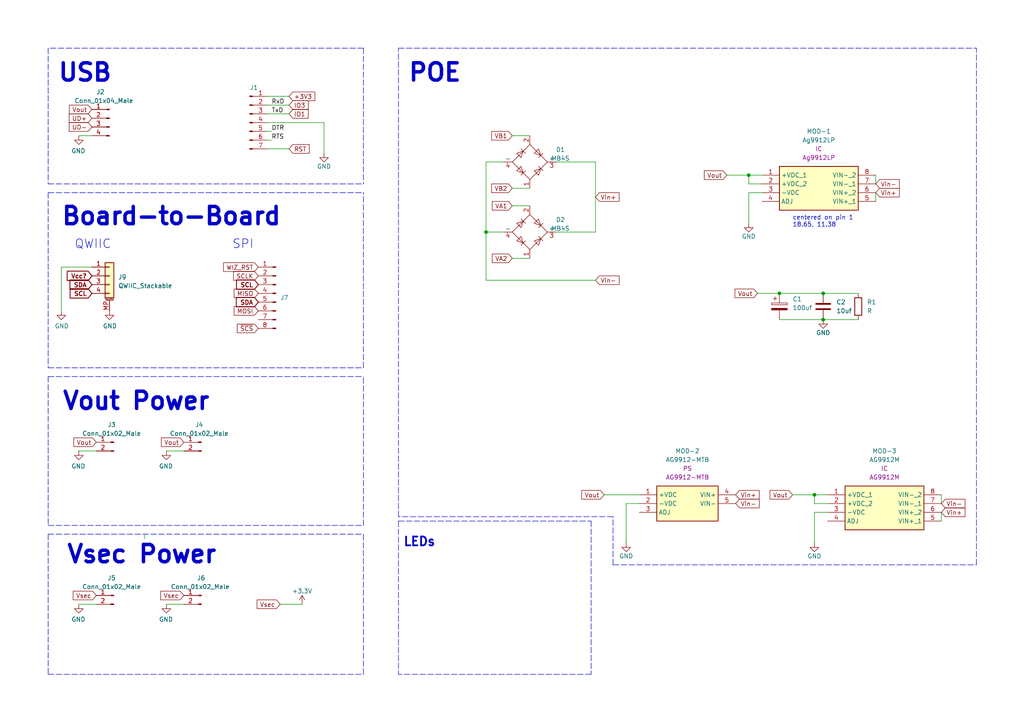
<source format=kicad_sch>
(kicad_sch (version 20211123) (generator eeschema)
  (paper "A4")
  (title_block (title "POE") (rev "0.0.0") (company "The Nerd Mage") (comment 2 "With help from Austins_Creations"))
  (lib_symbols
    (symbol "AG9912-MTB:AG9912-MTB"
      (property "Value" "AG9912-MTB" (at 0 0 0))
      (property "Reference_1" "PS" (at 24.13 7.62 0))
      (property "Value_1" "AG9912-MTB" (at 24.13 5.08 0))
      (symbol "AG9912-MTB_1_1"
        (rectangle (start 5.08 2.54) (end 22.86 -7.62) (stroke (width 0.254)) (fill (type background)))
        (pin passive line (at 0 0 0) (length 5.08) (name "+VDC") (number "1"))
        (pin passive line (at 0 -2.54 0) (length 5.08) (name "-VDC") (number "2"))
        (pin passive line (at 0 -5.08 0) (length 5.08) (name "ADJ") (number "3"))
        (pin passive line (at 27.94 0 180) (length 5.08) (name "VIN+") (number "4"))
        (pin passive line (at 27.94 -2.54 180) (length 5.08) (name "VIN-") (number "5"))
      )
    )
    (symbol "AG9912M:AG9912M"
      (property "Value" "AG9912M" (at 0 0 0))
      (property "Reference_1" "IC" (at 29.21 7.62 0))
      (property "Value_1" "AG9912M" (at 29.21 5.08 0))
      (symbol "AG9912M_1_1"
        (rectangle (start 5.08 2.54) (end 27.94 -10.16) (stroke (width 0.254)) (fill (type background)))
        (pin passive line (at 0 0 0) (length 5.08) (name "+VDC_1") (number "1"))
        (pin passive line (at 0 -2.54 0) (length 5.08) (name "+VDC_2") (number "2"))
        (pin passive line (at 0 -5.08 0) (length 5.08) (name "-VDC") (number "3"))
        (pin passive line (at 0 -7.62 0) (length 5.08) (name "ADJ") (number "4"))
        (pin passive line (at 33.02 -7.62 180) (length 5.08) (name "VIN+_1") (number "5"))
        (pin passive line (at 33.02 -5.08 180) (length 5.08) (name "VIN+_2") (number "6"))
        (pin passive line (at 33.02 -2.54 180) (length 5.08) (name "VIN-_1") (number "7"))
        (pin passive line (at 33.02 0 180) (length 5.08) (name "VIN-_2") (number "8"))
      )
    )
    (symbol "Ag9912LP:Ag9912LP"
      (property "Value" "Ag9912LP" (at 0 0 0))
      (property "Reference_1" "IC" (at 29.21 7.62 0))
      (property "Value_1" "Ag9912LP" (at 29.21 5.08 0))
      (symbol "Ag9912LP_1_1"
        (rectangle (start 5.08 2.54) (end 27.94 -10.16) (stroke (width 0.254)) (fill (type background)))
        (pin passive line (at 0 0 0) (length 5.08) (name "+VDC_1") (number "1"))
        (pin passive line (at 0 -2.54 0) (length 5.08) (name "+VDC_2") (number "2"))
        (pin passive line (at 0 -5.08 0) (length 5.08) (name "-VDC") (number "3"))
        (pin passive line (at 0 -7.62 0) (length 5.08) (name "ADJ") (number "4"))
        (pin passive line (at 33.02 -7.62 180) (length 5.08) (name "VIN+_1") (number "5"))
        (pin passive line (at 33.02 -5.08 180) (length 5.08) (name "VIN+_2") (number "6"))
        (pin passive line (at 33.02 -2.54 180) (length 5.08) (name "VIN-_1") (number "7"))
        (pin passive line (at 33.02 0 180) (length 5.08) (name "VIN-_2") (number "8"))
      )
    )
    (symbol "Connector:Conn_01x02_Male" (pin_names (offset 1.016) hide)
      (property "Reference" "J" (at 0 2.54 0))
      (property "Value" "Conn_01x02_Male" (at 0 -5.08 0))
      (symbol "Conn_01x02_Male_1_1"
        (polyline (pts (xy 1.27 -2.54) (xy 0.8636 -2.54)) (stroke (width 0.1524)))
        (polyline (pts (xy 1.27 0) (xy 0.8636 0)) (stroke (width 0.1524)))
        (rectangle (start 0.8636 -2.413) (end 0 -2.667) (stroke (width 0.1524)) (fill (type outline)))
        (rectangle (start 0.8636 0.127) (end 0 -0.127) (stroke (width 0.1524)) (fill (type outline)))
        (pin passive line (at 5.08 0 180) (length 3.81) (name "Pin_1") (number "1"))
        (pin passive line (at 5.08 -2.54 180) (length 3.81) (name "Pin_2") (number "2"))
      )
    )
    (symbol "Connector:Conn_01x04_Male" (pin_names (offset 1.016) hide)
      (property "Reference" "J" (at 0 5.08 0))
      (property "Value" "Conn_01x04_Male" (at 0 -7.62 0))
      (symbol "Conn_01x04_Male_1_1"
        (polyline (pts (xy 1.27 -5.08) (xy 0.8636 -5.08)) (stroke (width 0.1524)))
        (polyline (pts (xy 1.27 -2.54) (xy 0.8636 -2.54)) (stroke (width 0.1524)))
        (polyline (pts (xy 1.27 0) (xy 0.8636 0)) (stroke (width 0.1524)))
        (polyline (pts (xy 1.27 2.54) (xy 0.8636 2.54)) (stroke (width 0.1524)))
        (rectangle (start 0.8636 -4.953) (end 0 -5.207) (stroke (width 0.1524)) (fill (type outline)))
        (rectangle (start 0.8636 -2.413) (end 0 -2.667) (stroke (width 0.1524)) (fill (type outline)))
        (rectangle (start 0.8636 0.127) (end 0 -0.127) (stroke (width 0.1524)) (fill (type outline)))
        (rectangle (start 0.8636 2.667) (end 0 2.413) (stroke (width 0.1524)) (fill (type outline)))
        (pin passive line (at 5.08 2.54 180) (length 3.81) (name "Pin_1") (number "1"))
        (pin passive line (at 5.08 0 180) (length 3.81) (name "Pin_2") (number "2"))
        (pin passive line (at 5.08 -2.54 180) (length 3.81) (name "Pin_3") (number "3"))
        (pin passive line (at 5.08 -5.08 180) (length 3.81) (name "Pin_4") (number "4"))
      )
    )
    (symbol "Connector:Conn_01x07_Male" (pin_names (offset 1.016) hide)
      (property "Reference" "J" (at 0 10.16 0))
      (property "Value" "Conn_01x07_Male" (at 0 -10.16 0))
      (symbol "Conn_01x07_Male_1_1"
        (polyline (pts (xy 1.27 -7.62) (xy 0.8636 -7.62)) (stroke (width 0.1524)))
        (polyline (pts (xy 1.27 -5.08) (xy 0.8636 -5.08)) (stroke (width 0.1524)))
        (polyline (pts (xy 1.27 -2.54) (xy 0.8636 -2.54)) (stroke (width 0.1524)))
        (polyline (pts (xy 1.27 0) (xy 0.8636 0)) (stroke (width 0.1524)))
        (polyline (pts (xy 1.27 2.54) (xy 0.8636 2.54)) (stroke (width 0.1524)))
        (polyline (pts (xy 1.27 5.08) (xy 0.8636 5.08)) (stroke (width 0.1524)))
        (polyline (pts (xy 1.27 7.62) (xy 0.8636 7.62)) (stroke (width 0.1524)))
        (rectangle (start 0.8636 -7.493) (end 0 -7.747) (stroke (width 0.1524)) (fill (type outline)))
        (rectangle (start 0.8636 -4.953) (end 0 -5.207) (stroke (width 0.1524)) (fill (type outline)))
        (rectangle (start 0.8636 -2.413) (end 0 -2.667) (stroke (width 0.1524)) (fill (type outline)))
        (rectangle (start 0.8636 0.127) (end 0 -0.127) (stroke (width 0.1524)) (fill (type outline)))
        (rectangle (start 0.8636 2.667) (end 0 2.413) (stroke (width 0.1524)) (fill (type outline)))
        (rectangle (start 0.8636 5.207) (end 0 4.953) (stroke (width 0.1524)) (fill (type outline)))
        (rectangle (start 0.8636 7.747) (end 0 7.493) (stroke (width 0.1524)) (fill (type outline)))
        (pin passive line (at 5.08 7.62 180) (length 3.81) (name "Pin_1") (number "1"))
        (pin passive line (at 5.08 5.08 180) (length 3.81) (name "Pin_2") (number "2"))
        (pin passive line (at 5.08 2.54 180) (length 3.81) (name "Pin_3") (number "3"))
        (pin passive line (at 5.08 0 180) (length 3.81) (name "Pin_4") (number "4"))
        (pin passive line (at 5.08 -2.54 180) (length 3.81) (name "Pin_5") (number "5"))
        (pin passive line (at 5.08 -5.08 180) (length 3.81) (name "Pin_6") (number "6"))
        (pin passive line (at 5.08 -7.62 180) (length 3.81) (name "Pin_7") (number "7"))
      )
    )
    (symbol "Connector:Conn_01x08_Male" (pin_names (offset 1.016) hide)
      (property "Reference" "J" (at 0 10.16 0))
      (property "Value" "Conn_01x08_Male" (at 0 -12.7 0))
      (symbol "Conn_01x08_Male_1_1"
        (polyline (pts (xy 1.27 -10.16) (xy 0.8636 -10.16)) (stroke (width 0.1524)))
        (polyline (pts (xy 1.27 -7.62) (xy 0.8636 -7.62)) (stroke (width 0.1524)))
        (polyline (pts (xy 1.27 -5.08) (xy 0.8636 -5.08)) (stroke (width 0.1524)))
        (polyline (pts (xy 1.27 -2.54) (xy 0.8636 -2.54)) (stroke (width 0.1524)))
        (polyline (pts (xy 1.27 0) (xy 0.8636 0)) (stroke (width 0.1524)))
        (polyline (pts (xy 1.27 2.54) (xy 0.8636 2.54)) (stroke (width 0.1524)))
        (polyline (pts (xy 1.27 5.08) (xy 0.8636 5.08)) (stroke (width 0.1524)))
        (polyline (pts (xy 1.27 7.62) (xy 0.8636 7.62)) (stroke (width 0.1524)))
        (rectangle (start 0.8636 -10.033) (end 0 -10.287) (stroke (width 0.1524)) (fill (type outline)))
        (rectangle (start 0.8636 -7.493) (end 0 -7.747) (stroke (width 0.1524)) (fill (type outline)))
        (rectangle (start 0.8636 -4.953) (end 0 -5.207) (stroke (width 0.1524)) (fill (type outline)))
        (rectangle (start 0.8636 -2.413) (end 0 -2.667) (stroke (width 0.1524)) (fill (type outline)))
        (rectangle (start 0.8636 0.127) (end 0 -0.127) (stroke (width 0.1524)) (fill (type outline)))
        (rectangle (start 0.8636 2.667) (end 0 2.413) (stroke (width 0.1524)) (fill (type outline)))
        (rectangle (start 0.8636 5.207) (end 0 4.953) (stroke (width 0.1524)) (fill (type outline)))
        (rectangle (start 0.8636 7.747) (end 0 7.493) (stroke (width 0.1524)) (fill (type outline)))
        (pin passive line (at 5.08 7.62 180) (length 3.81) (name "Pin_1") (number "1"))
        (pin passive line (at 5.08 5.08 180) (length 3.81) (name "Pin_2") (number "2"))
        (pin passive line (at 5.08 2.54 180) (length 3.81) (name "Pin_3") (number "3"))
        (pin passive line (at 5.08 0 180) (length 3.81) (name "Pin_4") (number "4"))
        (pin passive line (at 5.08 -2.54 180) (length 3.81) (name "Pin_5") (number "5"))
        (pin passive line (at 5.08 -5.08 180) (length 3.81) (name "Pin_6") (number "6"))
        (pin passive line (at 5.08 -7.62 180) (length 3.81) (name "Pin_7") (number "7"))
        (pin passive line (at 5.08 -10.16 180) (length 3.81) (name "Pin_8") (number "8"))
      )
    )
    (symbol "Connector_QWIIC_Stackable:QWIIC_Stackable" (pin_names (offset 1.016) hide)
      (property "Reference" "J" (at 0 5.08 0))
      (property "Value" "QWIIC_Stackable" (at 1.27 -7.62 0))
      (symbol "QWIIC_Stackable_1_1"
        (rectangle (start -1.27 -4.953) (end 0 -5.207) (stroke (width 0.1524)))
        (rectangle (start -1.27 -2.413) (end 0 -2.667) (stroke (width 0.1524)))
        (rectangle (start -1.27 0.127) (end 0 -0.127) (stroke (width 0.1524)))
        (rectangle (start -1.27 2.667) (end 0 2.413) (stroke (width 0.1524)))
        (rectangle (start -1.27 3.81) (end 1.27 -6.35) (stroke (width 0.254)) (fill (type background)))
        (polyline (pts (xy -1.016 -7.112) (xy 1.016 -7.112)) (stroke (width 0.1524)))
        (text "Mounting" (at 0 -6.731 0) (effects (font (size 0.381 0.381))))
        (pin passive line (at -5.08 2.54 0) (length 3.81) (name "Pin_1") (number "1"))
        (pin passive line (at -5.08 0 0) (length 3.81) (name "Pin_2") (number "2"))
        (pin passive line (at -5.08 -2.54 0) (length 3.81) (name "Pin_3") (number "3"))
        (pin passive line (at -5.08 -5.08 0) (length 3.81) (name "Pin_4") (number "4"))
        (pin passive line (at 0 -10.16 90) (length 3.048) (name "MountPin") (number "MP"))
      )
    )
    (symbol "Device:C" (pin_numbers hide) (pin_names (offset 0.254))
      (property "Reference" "C" (at 0.635 2.54 0))
      (property "Value" "C" (at 0.635 -2.54 0))
      (symbol "C_0_1"
        (polyline (pts (xy -2.032 -0.762) (xy 2.032 -0.762)) (stroke (width 0.508)))
        (polyline (pts (xy -2.032 0.762) (xy 2.032 0.762)) (stroke (width 0.508)))
      )
      (symbol "C_1_1"
        (pin passive line (at 0 3.81 270) (length 2.794) (name "~") (number "1"))
        (pin passive line (at 0 -3.81 90) (length 2.794) (name "~") (number "2"))
      )
    )
    (symbol "Device:C_Polarized" (pin_numbers hide) (pin_names (offset 0.254))
      (property "Reference" "C" (at 0.635 2.54 0))
      (property "Value" "C_Polarized" (at 0.635 -2.54 0))
      (symbol "C_Polarized_0_1"
        (rectangle (start -2.286 0.508) (end 2.286 1.016))
        (polyline (pts (xy -1.778 2.286) (xy -0.762 2.286)))
        (polyline (pts (xy -1.27 2.794) (xy -1.27 1.778)))
        (rectangle (start 2.286 -0.508) (end -2.286 -1.016) (fill (type outline)))
      )
      (symbol "C_Polarized_1_1"
        (pin passive line (at 0 3.81 270) (length 2.794) (name "~") (number "1"))
        (pin passive line (at 0 -3.81 90) (length 2.794) (name "~") (number "2"))
      )
    )
    (symbol "Device:R" (pin_numbers hide) (pin_names (offset 0))
      (property "Reference" "R" (at 2.032 0 90))
      (property "Value" "R" (at 0 0 90))
      (symbol "R_0_1"
        (rectangle (start -1.016 -2.54) (end 1.016 2.54) (stroke (width 0.254)))
      )
      (symbol "R_1_1"
        (pin passive line (at 0 3.81 270) (length 1.27) (name "~") (number "1"))
        (pin passive line (at 0 -3.81 90) (length 1.27) (name "~") (number "2"))
      )
    )
    (symbol "Diode_Bridge:MB4S" (pin_names (offset 0))
      (property "Reference" "D" (at 2.54 6.985 0))
      (property "Value" "MB4S" (at 2.54 5.08 0))
      (symbol "MB4S_0_1"
        (polyline (pts (xy -2.54 3.81) (xy -1.27 2.54)))
        (polyline (pts (xy -1.27 -2.54) (xy -2.54 -3.81)))
        (polyline (pts (xy 2.54 -1.27) (xy 3.81 -2.54)))
        (polyline (pts (xy 2.54 1.27) (xy 3.81 2.54)))
        (polyline (pts (xy -3.81 2.54) (xy -2.54 1.27) (xy -1.905 3.175) (xy -3.81 2.54)))
        (polyline (pts (xy -2.54 -1.27) (xy -3.81 -2.54) (xy -1.905 -3.175) (xy -2.54 -1.27)))
        (polyline (pts (xy 1.27 2.54) (xy 2.54 3.81) (xy 3.175 1.905) (xy 1.27 2.54)))
        (polyline (pts (xy 3.175 -1.905) (xy 1.27 -2.54) (xy 2.54 -3.81) (xy 3.175 -1.905)))
        (polyline (pts (xy -5.08 0) (xy 0 -5.08) (xy 5.08 0) (xy 0 5.08) (xy -5.08 0)))
      )
      (symbol "MB4S_1_1"
        (pin passive line (at 0 -7.62 90) (length 2.54) (name "~") (number "1"))
        (pin passive line (at 0 7.62 270) (length 2.54) (name "~") (number "2"))
        (pin passive line (at 7.62 0 180) (length 2.54) (name "+") (number "3"))
        (pin passive line (at -7.62 0 0) (length 2.54) (name "-") (number "4"))
      )
    )
    (symbol "power:+3.3V" (power) (pin_names (offset 0))
      (property "Value" "+3.3V" (at 0 3.556 0))
      (symbol "+3.3V_0_1"
        (polyline (pts (xy -0.762 1.27) (xy 0 2.54)))
        (polyline (pts (xy 0 0) (xy 0 2.54)))
        (polyline (pts (xy 0 2.54) (xy 0.762 1.27)))
      )
      (symbol "+3.3V_1_1"
        (pin power_in line (at 0 0 90) (length 0) hide (name "+3.3V") (number "1"))
      )
    )
    (symbol "power:GND" (power) (pin_names (offset 0))
      (property "Value" "GND" (at 0 -3.81 0))
      (symbol "GND_0_1"
        (polyline (pts (xy 0 0) (xy 0 -1.27) (xy 1.27 -1.27) (xy 0 -2.54) (xy -1.27 -1.27) (xy 0 -1.27)))
      )
      (symbol "GND_1_1"
        (pin power_in line (at 0 0 270) (length 0) hide (name "GND") (number "1"))
      )
    )
  )
  (junction (at 238.76 85.09))
  (junction (at 238.76 92.71))
  (junction (at 140.97 67.31))
  (junction (at 226.06 85.09))
  (junction (at 217.17 50.8))
  (junction (at 236.22 143.51))
  (wire (pts (xy 226.06 92.71) (xy 238.76 92.71)))
  (polyline (pts (xy 303.53 15.24) (xy 303.53 20.32)))
  (wire (pts (xy 148.59 74.93) (xy 153.67 74.93)))
  (polyline (pts (xy 115.57 151.13) (xy 171.45 151.13)))
  (polyline (pts (xy 105.41 13.97) (xy 105.41 53.34)))
  (wire (pts (xy 77.47 27.94) (xy 83.82 27.94)))
  (wire (pts (xy 254 50.8) (xy 254 53.34)))
  (wire (pts (xy 236.22 146.05) (xy 236.22 143.51)))
  (wire (pts (xy 181.61 146.05) (xy 185.42 146.05)))
  (polyline (pts (xy 105.41 13.97) (xy 13.97 13.97)))
  (polyline (pts (xy 13.97 152.4) (xy 105.41 152.4)))
  (polyline (pts (xy 115.57 151.13) (xy 115.57 195.58)))
  (wire (pts (xy 140.97 81.28) (xy 140.97 67.31)))
  (polyline (pts (xy 13.97 55.88) (xy 105.41 55.88)))
  (polyline (pts (xy 105.41 152.4) (xy 105.41 109.22)))
  (wire (pts (xy 77.47 33.02) (xy 83.82 33.02)))
  (wire (pts (xy 148.59 39.37) (xy 153.67 39.37)))
  (wire (pts (xy 217.17 50.8) (xy 220.98 50.8)))
  (wire (pts (xy 226.06 85.09) (xy 238.76 85.09)))
  (wire (pts (xy 26.67 77.47) (xy 17.78 77.47)))
  (polyline (pts (xy 13.97 154.94) (xy 105.41 154.94)))
  (polyline (pts (xy 13.97 109.22) (xy 13.97 152.4)))
  (wire (pts (xy 240.03 148.59) (xy 236.22 148.59)))
  (wire (pts (xy 210.82 50.8) (xy 217.17 50.8)))
  (wire (pts (xy 181.61 157.48) (xy 181.61 146.05)))
  (polyline (pts (xy 171.45 195.58) (xy 115.57 195.58)))
  (wire (pts (xy 140.97 67.31) (xy 140.97 46.99)))
  (polyline (pts (xy 13.97 195.58) (xy 105.41 195.58)))
  (wire (pts (xy 26.67 39.37) (xy 22.86 39.37)))
  (wire (pts (xy 172.72 81.28) (xy 140.97 81.28)))
  (wire (pts (xy 229.87 143.51) (xy 236.22 143.51)))
  (polyline (pts (xy 13.97 53.34) (xy 105.41 53.34)))
  (wire (pts (xy 220.98 53.34) (xy 217.17 53.34)))
  (wire (pts (xy 217.17 53.34) (xy 217.17 50.8)))
  (polyline (pts (xy 115.57 149.86) (xy 115.57 13.97)))
  (wire (pts (xy 273.05 143.51) (xy 273.05 146.05)))
  (polyline (pts (xy 105.41 195.58) (xy 105.41 154.94)))
  (wire (pts (xy 217.17 55.88) (xy 217.17 64.77)))
  (polyline (pts (xy 13.97 154.94) (xy 13.97 195.58)))
  (wire (pts (xy 77.47 43.18) (xy 83.82 43.18)))
  (polyline (pts (xy 115.57 13.97) (xy 283.21 13.97)))
  (polyline (pts (xy 177.8 149.86) (xy 115.57 149.86)))
  (polyline (pts (xy 13.97 13.97) (xy 13.97 53.34)))
  (wire (pts (xy 93.98 35.56) (xy 77.47 35.56)))
  (wire (pts (xy 219.71 85.09) (xy 226.06 85.09)))
  (wire (pts (xy 48.26 130.81) (xy 53.34 130.81)))
  (wire (pts (xy 161.29 67.31) (xy 172.72 67.31)))
  (wire (pts (xy 140.97 46.99) (xy 146.05 46.99)))
  (wire (pts (xy 240.03 146.05) (xy 236.22 146.05)))
  (wire (pts (xy 22.86 130.81) (xy 27.94 130.81)))
  (wire (pts (xy 236.22 143.51) (xy 240.03 143.51)))
  (wire (pts (xy 77.47 40.64) (xy 78.74 40.64)))
  (polyline (pts (xy 177.8 163.83) (xy 177.8 149.86)))
  (wire (pts (xy 77.47 30.48) (xy 83.82 30.48)))
  (wire (pts (xy 236.22 148.59) (xy 236.22 157.48)))
  (wire (pts (xy 41.91 156.21) (xy 41.91 154.94)))
  (polyline (pts (xy 13.97 106.68) (xy 105.41 106.68)))
  (wire (pts (xy 172.72 46.99) (xy 172.72 67.31)))
  (wire (pts (xy 161.29 46.99) (xy 172.72 46.99)))
  (wire (pts (xy 48.26 175.26) (xy 53.34 175.26)))
  (wire (pts (xy 148.59 59.69) (xy 153.67 59.69)))
  (wire (pts (xy 220.98 55.88) (xy 217.17 55.88)))
  (wire (pts (xy 93.98 44.45) (xy 93.98 35.56)))
  (polyline (pts (xy 177.8 163.83) (xy 283.21 163.83)))
  (wire (pts (xy 238.76 92.71) (xy 248.92 92.71)))
  (polyline (pts (xy 13.97 55.88) (xy 13.97 106.68)))
  (wire (pts (xy 17.78 77.47) (xy 17.78 90.17)))
  (wire (pts (xy 175.26 143.51) (xy 185.42 143.51)))
  (polyline (pts (xy 171.45 151.13) (xy 171.45 195.58)))
  (wire (pts (xy 81.28 175.26) (xy 87.63 175.26)))
  (wire (pts (xy 273.05 148.59) (xy 273.05 151.13)))
  (wire (pts (xy 148.59 54.61) (xy 153.67 54.61)))
  (wire (pts (xy 140.97 67.31) (xy 146.05 67.31)))
  (wire (pts (xy 77.47 38.1) (xy 78.74 38.1)))
  (polyline (pts (xy 283.21 163.83) (xy 283.21 13.97)))
  (polyline (pts (xy 13.97 109.22) (xy 105.41 109.22)))
  (polyline (pts (xy 105.41 106.68) (xy 105.41 55.88)))
  (wire (pts (xy 238.76 85.09) (xy 248.92 85.09)))
  (wire (pts (xy 254 55.88) (xy 254 58.42)))
  (wire (pts (xy 22.86 175.26) (xy 27.94 175.26)))
  (text "Vsec Power" (at 19.05 163.83 0) (effects (font (size 5 5) (thickness 1) bold) (justify left bottom)))
  (text "Vout Power" (at 17.78 119.38 0) (effects (font (size 5 5) (thickness 1) bold) (justify left bottom)))
  (text "QWIIC" (at 21.59 72.39 0) (effects (font (size 2.54 2.54)) (justify left bottom)))
  (text "USB" (at 16.51 24.13 0) (effects (font (size 5 5) (thickness 1) bold) (justify left bottom)))
  (text "centered on pin 1\n18.65, 11.38\n" (at 229.87 66.04 0) (effects (font (size 1.27 1.27)) (justify left bottom)))
  (text "Board-to-Board" (at 17.5078 65.7825 0) (effects (font (size 5 5) (thickness 1) bold) (justify left bottom)))
  (text "SPI" (at 67.31 72.39 0) (effects (font (size 2.54 2.54)) (justify left bottom)))
  (text "POE" (at 118.11 24.13 0) (effects (font (size 5 5) (thickness 1) bold) (justify left bottom)))
  (text "LEDs" (at 116.84 158.75 180) (effects (font (size 2.54 2.54) (thickness 0.508) bold) (justify left bottom)))
  (label "TxD" (at 78.74 33.02 0))
  (label "DTR" (at 78.74 38.1 0))
  (label "RTS" (at 78.74 40.64 0))
  (label "RxD" (at 78.74 30.48 0))
  (global_label "Vin-" (shape input) (at 254 53.34 0) (property "Intersheet References" "${INTERSHEET_REFS}" (effects hide)))
  (global_label "Vout" (shape input) (at 210.82 50.8 180) (property "Intersheet References" "${INTERSHEET_REFS}" (effects hide)))
  (global_label "Vcc?" (shape input) (at 26.67 80.01 180) (effects (font (thickness 0.254) bold)) (property "Intersheet References" "${INTERSHEET_REFS}" (effects hide)))
  (global_label "Vout" (shape input) (at 26.67 31.75 180) (property "Intersheet References" "${INTERSHEET_REFS}" (effects hide)))
  (global_label "Vin+" (shape input) (at 273.05 148.59 0) (property "Intersheet References" "${INTERSHEET_REFS}" (effects hide)))
  (global_label "Vout" (shape input) (at 229.87 143.51 180) (property "Intersheet References" "${INTERSHEET_REFS}" (effects hide)))
  (global_label "Vout" (shape input) (at 27.94 128.27 180) (property "Intersheet References" "${INTERSHEET_REFS}" (effects hide)))
  (global_label "IO3" (shape input) (at 83.82 30.48 0) (property "Intersheet References" "${INTERSHEET_REFS}" (effects hide)))
  (global_label "Vsec" (shape input) (at 81.28 175.26 180) (property "Intersheet References" "${INTERSHEET_REFS}" (effects hide)))
  (global_label "MISO" (shape input) (at 74.93 85.09 180) (property "Intersheet References" "${INTERSHEET_REFS}" (effects hide)))
  (global_label "Vout" (shape input) (at 53.34 128.27 180) (property "Intersheet References" "${INTERSHEET_REFS}" (effects hide)))
  (global_label "Vsec" (shape input) (at 27.94 172.72 180) (property "Intersheet References" "${INTERSHEET_REFS}" (effects hide)))
  (global_label "IO1" (shape input) (at 83.82 33.02 0) (property "Intersheet References" "${INTERSHEET_REFS}" (effects hide)))
  (global_label "VB1" (shape input) (at 148.59 39.37 180) (property "Intersheet References" "${INTERSHEET_REFS}" (effects hide)))
  (global_label "SCL" (shape input) (at 74.93 82.55 180) (effects (font (thickness 0.254) bold)) (property "Intersheet References" "${INTERSHEET_REFS}" (effects hide)))
  (global_label "WIZ_RST" (shape input) (at 74.93 77.47 180) (property "Intersheet References" "${INTERSHEET_REFS}" (effects hide)))
  (global_label "UD-" (shape input) (at 26.67 36.83 180) (property "Intersheet References" "${INTERSHEET_REFS}" (effects hide)))
  (global_label "SCLK" (shape input) (at 74.93 80.01 180) (property "Intersheet References" "${INTERSHEET_REFS}" (effects hide)))
  (global_label "Vin+" (shape input) (at 213.36 143.51 0) (property "Intersheet References" "${INTERSHEET_REFS}" (effects hide)))
  (global_label "Vin-" (shape input) (at 213.36 146.05 0) (property "Intersheet References" "${INTERSHEET_REFS}" (effects hide)))
  (global_label "~{SCS}" (shape input) (at 74.93 95.25 180) (property "Intersheet References" "${INTERSHEET_REFS}" (effects hide)))
  (global_label "Vin+" (shape input) (at 254 55.88 0) (property "Intersheet References" "${INTERSHEET_REFS}" (effects hide)))
  (global_label "VA1" (shape input) (at 148.59 59.69 180) (property "Intersheet References" "${INTERSHEET_REFS}" (effects hide)))
  (global_label "Vout" (shape input) (at 219.71 85.09 180) (property "Intersheet References" "${INTERSHEET_REFS}" (effects hide)))
  (global_label "SDA" (shape input) (at 26.67 82.55 180) (effects (font bold)) (property "Intersheet References" "${INTERSHEET_REFS}" (effects hide)))
  (global_label "Vin+" (shape input) (at 172.72 57.15 0) (property "Intersheet References" "${INTERSHEET_REFS}" (effects hide)))
  (global_label "MOSI" (shape input) (at 74.93 90.17 180) (property "Intersheet References" "${INTERSHEET_REFS}" (effects hide)))
  (global_label "+3V3" (shape input) (at 83.82 27.94 0) (property "Intersheet References" "${INTERSHEET_REFS}" (effects hide)))
  (global_label "Vin-" (shape input) (at 172.72 81.28 0) (property "Intersheet References" "${INTERSHEET_REFS}" (effects hide)))
  (global_label "SCL" (shape input) (at 26.67 85.09 180) (effects (font (thickness 0.254) bold)) (property "Intersheet References" "${INTERSHEET_REFS}" (effects hide)))
  (global_label "VA2" (shape input) (at 148.59 74.93 180) (property "Intersheet References" "${INTERSHEET_REFS}" (effects hide)))
  (global_label "VB2" (shape input) (at 148.59 54.61 180) (property "Intersheet References" "${INTERSHEET_REFS}" (effects hide)))
  (global_label "Vsec" (shape input) (at 53.34 172.72 180) (property "Intersheet References" "${INTERSHEET_REFS}" (effects hide)))
  (global_label "Vin-" (shape input) (at 273.05 146.05 0) (property "Intersheet References" "${INTERSHEET_REFS}" (effects hide)))
  (global_label "SDA" (shape input) (at 74.93 87.63 180) (effects (font bold)) (property "Intersheet References" "${INTERSHEET_REFS}" (effects hide)))
  (global_label "UD+" (shape input) (at 26.67 34.29 180) (property "Intersheet References" "${INTERSHEET_REFS}" (effects hide)))
  (global_label "RST" (shape input) (at 83.82 43.18 0) (property "Intersheet References" "${INTERSHEET_REFS}" (effects hide)))
  (global_label "Vout" (shape input) (at 175.26 143.51 180) (property "Intersheet References" "${INTERSHEET_REFS}" (effects hide)))
  (symbol (lib_id "Ag9912LP:Ag9912LP") (at 220.98 50.8 0) (unit 1)
    (property "Reference" "MOD-1" (at 237.49 38.1 0))
    (property "Value" "Ag9912LP" (at 237.49 40.64 0))
    (property "Footprint" "Tinker:Ag9912LP" (effects hide))
    (property "Reference_1" "IC" (at 237.49 43.18 0))
    (property "Value_1" "Ag9912LP" (at 237.49 45.72 0))
    (property "Footprint_1" "Ag9912LP" (effects hide))
    (property "Datasheet_1" "https://au.mouser.com/datasheet/2/1048/Ag9900M-datasheet-ultra-miniature-isolated-Power-o-1804309.pdf" (effects hide))
    (property "Height" "8" (effects hide))
    (property "Manufacturer_Name" "Silvertel" (effects hide))
    (property "Manufacturer_Part_Number" "Ag9912LP" (effects hide))
    (property "Mouser Part Number" "480-AG9912LP" (effects hide))
    (property "Mouser Price/Stock" "https://www.mouser.co.uk/ProductDetail/Silvertel/Ag9912LP?qs=OlC7AqGiEDllGSVQiYaPRA%3D%3D" (effects hide))
  )
  (symbol (lib_id "Connector:Conn_01x02_Male") (at 33.02 128.27 0) (mirror y) (unit 1) (in_bom no)
    (property "Reference" "J3" (at 32.385 123.19 0))
    (property "Value" "Conn_01x02_Male" (at 32.385 125.73 0))
    (property "Footprint" "Tinker:Board_Stacker_2" (effects hide))
  )
  (symbol (lib_id "Device:R") (at 248.92 88.9 0) (unit 1)
    (property "Reference" "R1" (at 251.46 87.6299 0) (effects (justify left)))
    (property "Value" "R" (at 251.46 90.1699 0) (effects (justify left)))
    (property "Footprint" "Resistor_SMD:R_0805_2012Metric" (effects hide))
  )
  (symbol (lib_id "power:GND") (at 22.86 39.37 0) (mirror y) (unit 1)
    (property "Reference" "#PWR0106" (effects hide))
    (property "Value" "GND" (at 22.733 43.7642 0))
  )
  (symbol (lib_id "Connector:Conn_01x02_Male") (at 58.42 128.27 0) (mirror y) (unit 1) (in_bom no)
    (property "Reference" "J4" (at 57.785 123.19 0))
    (property "Value" "Conn_01x02_Male" (at 57.785 125.73 0))
    (property "Footprint" "Tinker:Board_Stacker_2" (effects hide))
  )
  (symbol (lib_id "power:GND") (at 236.22 157.48 0) (unit 1)
    (property "Reference" "#PWR0108" (effects hide))
    (property "Value" "GND" (at 236.22 161.29 0))
  )
  (symbol (lib_id "power:GND") (at 93.98 44.45 0) (unit 1)
    (property "Reference" "#PWR0103" (effects hide))
    (property "Value" "GND" (at 93.98 48.26 0))
  )
  (symbol (lib_id "AG9912M:AG9912M") (at 240.03 143.51 0) (unit 1) (in_bom no) (on_board no)
    (property "Reference" "MOD-3" (at 256.54 130.81 0))
    (property "Value" "AG9912M" (at 256.54 133.35 0))
    (property "Footprint" "Tinker:AG9912M" (effects hide))
    (property "Reference_1" "IC" (at 256.54 135.89 0))
    (property "Value_1" "AG9912M" (at 256.54 138.43 0))
    (property "Footprint_1" "AG9912M" (effects hide))
    (property "Datasheet_1" "https://www.mouser.com/datasheet/2/1048/Ag9900M-datasheet-ultra-miniature-isolated-Power-o-1804309.pdf" (effects hide))
    (property "Height" "13.85" (effects hide))
    (property "Manufacturer_Name" "Silvertel" (effects hide))
    (property "Manufacturer_Part_Number" "AG9912M" (effects hide))
    (property "Mouser Part Number" "480-AG9912M" (effects hide))
    (property "Mouser Price/Stock" "https://www.mouser.co.uk/ProductDetail/Silvertel/Ag9912M?qs=OlC7AqGiEDkycJrCl2xLig%3D%3D" (effects hide))
  )
  (symbol (lib_id "power:GND") (at 22.86 130.81 0) (mirror y) (unit 1)
    (property "Reference" "#PWR0104" (effects hide))
    (property "Value" "GND" (at 22.733 135.2042 0))
  )
  (symbol (lib_id "Diode_Bridge:MB4S") (at 153.67 46.99 0) (unit 1)
    (property "Reference" "D1" (at 162.56 43.4086 0))
    (property "Value" "MB4S" (at 162.56 45.9486 0))
    (property "Footprint" "Package_TO_SOT_SMD:TO-269AA" (effects hide))
    (property "Datasheet" "http://www.vishay.com/docs/88661/mb2s.pdf" (effects hide))
  )
  (symbol (lib_id "power:GND") (at 48.26 175.26 0) (mirror y) (unit 1)
    (property "Reference" "#PWR0101" (effects hide))
    (property "Value" "GND" (at 48.133 179.6542 0))
  )
  (symbol (lib_id "power:GND") (at 48.26 130.81 0) (mirror y) (unit 1)
    (property "Reference" "#PWR0102" (effects hide))
    (property "Value" "GND" (at 48.133 135.2042 0))
  )
  (symbol (lib_id "power:GND") (at 22.86 175.26 0) (mirror y) (unit 1)
    (property "Reference" "#PWR0120" (effects hide))
    (property "Value" "GND" (at 22.733 179.6542 0))
  )
  (symbol (lib_id "Connector:Conn_01x07_Male") (at 72.39 35.56 0) (unit 1) (in_bom no) (on_board no)
    (property "Reference" "J1" (at 73.66 25.4 0))
    (property "Value" "Conn_01x07_Male" (effects hide))
    (property "Footprint" "Tinker:Board_Stacker_7" (effects hide))
    (property "Note" "Footprint only" (effects hide))
  )
  (symbol (lib_id "power:GND") (at 181.61 157.48 0) (unit 1)
    (property "Reference" "#PWR0107" (effects hide))
    (property "Value" "GND" (at 181.61 161.29 0))
  )
  (symbol (lib_id "Connector_QWIIC_Stackable:QWIIC_Stackable") (at 31.75 80.01 0) (unit 1) (in_bom no)
    (property "Reference" "J9" (at 34.29 80.3655 0) (effects (justify left)))
    (property "Value" "QWIIC_Stackable" (at 34.29 82.9055 0) (effects (justify left)))
    (property "Footprint" "Tinker:QWIIC_Stack_II" (effects hide))
  )
  (symbol (lib_id "Diode_Bridge:MB4S") (at 153.67 67.31 0) (unit 1)
    (property "Reference" "D2" (at 162.56 63.7286 0))
    (property "Value" "MB4S" (at 162.56 66.2686 0))
    (property "Footprint" "Package_TO_SOT_SMD:TO-269AA" (effects hide))
    (property "Datasheet" "http://www.vishay.com/docs/88661/mb2s.pdf" (effects hide))
  )
  (symbol (lib_id "Connector:Conn_01x02_Male") (at 58.42 172.72 0) (mirror y) (unit 1) (in_bom no)
    (property "Reference" "J6" (at 57.15 167.64 0) (effects (justify right)))
    (property "Value" "Conn_01x02_Male" (at 49.53 170.18 0) (effects (justify right)))
    (property "Footprint" "Tinker:Board_Stacker_2" (effects hide))
  )
  (symbol (lib_id "power:+3.3V") (at 87.63 175.26 0) (unit 1)
    (property "Reference" "#PWR0116" (effects hide))
    (property "Value" "+3.3V" (at 87.63 171.45 0))
  )
  (symbol (lib_id "power:GND") (at 217.17 64.77 0) (unit 1)
    (property "Reference" "#PWR0105" (effects hide))
    (property "Value" "GND" (at 217.17 68.58 0))
  )
  (symbol (lib_id "power:GND") (at 31.75 90.17 0) (unit 1)
    (property "Reference" "#PWR0123" (effects hide))
    (property "Value" "GND" (at 31.877 94.5642 0))
  )
  (symbol (lib_id "Connector:Conn_01x08_Male") (at 80.01 85.09 0) (mirror y) (unit 1)
    (property "Reference" "J7" (at 81.28 86.3599 0) (effects (justify right)))
    (property "Value" "Conn_01x08_Male" (effects hide))
    (property "Footprint" "Tinker:PinHeader_2x04_P1.27mm_Vertical" (effects hide))
    (property "LCSC" "C2881786 + C2684732" (effects hide))
  )
  (symbol (lib_id "Device:C_Polarized") (at 226.06 88.9 0) (unit 1)
    (property "Reference" "C1" (at 229.87 86.7409 0) (effects (justify left)))
    (property "Value" "100uf" (at 229.87 89.2809 0) (effects (justify left)))
    (property "Footprint" "Capacitor_SMD:CP_Elec_5x3" (effects hide))
  )
  (symbol (lib_id "Device:C") (at 238.76 88.9 0) (unit 1)
    (property "Reference" "C2" (at 242.57 87.6299 0) (effects (justify left)))
    (property "Value" "10uf" (at 242.57 90.1699 0) (effects (justify left)))
    (property "Footprint" "Capacitor_SMD:C_0805_2012Metric" (effects hide))
  )
  (symbol (lib_id "Connector:Conn_01x04_Male") (at 31.75 34.29 0) (mirror y) (unit 1) (in_bom no) (on_board no)
    (property "Reference" "J2" (at 27.94 26.67 0) (effects (justify right)))
    (property "Value" "Conn_01x04_Male" (at 21.59 29.21 0) (effects (justify right)))
    (property "Footprint" "Tinker:Board_Stacker_4" (effects hide))
  )
  (symbol (lib_id "power:GND") (at 17.78 90.17 0) (unit 1)
    (property "Reference" "#PWR0124" (effects hide))
    (property "Value" "GND" (at 17.907 94.5642 0))
  )
  (symbol (lib_id "AG9912-MTB:AG9912-MTB") (at 185.42 143.51 0) (unit 1) (in_bom no) (on_board no)
    (property "Reference" "MOD-2" (at 199.39 130.81 0))
    (property "Value" "AG9912-MTB" (at 199.39 133.35 0))
    (property "Footprint" "Tinker:AG9912MTB" (effects hide))
    (property "Reference_1" "PS" (at 199.39 135.89 0))
    (property "Value_1" "AG9912-MTB" (at 199.39 138.43 0))
    (property "Footprint_1" "AG9912MTB" (effects hide))
    (property "Datasheet_1" "https://silvertel.com/images/datasheets/Ag9900M-datasheet-ultra-miniature-isolated-Power-over-Ethernet-POE-module.pdf" (effects hide))
    (property "Height" "13.9" (effects hide))
    (property "Manufacturer_Name" "Silvertel" (effects hide))
    (property "Manufacturer_Part_Number" "AG9912-MTB" (effects hide))
    (property "Mouser Part Number" "480-AG9912-MTB" (effects hide))
    (property "Mouser Price/Stock" "https://www.mouser.co.uk/ProductDetail/Silvertel/AG9912-MTB?qs=vvQtp7zwQdOqoQu0dV4pzA%3D%3D" (effects hide))
  )
  (symbol (lib_id "Connector:Conn_01x02_Male") (at 33.02 172.72 0) (mirror y) (unit 1) (in_bom no)
    (property "Reference" "J5" (at 32.385 167.64 0))
    (property "Value" "Conn_01x02_Male" (at 32.385 170.18 0))
    (property "Footprint" "Tinker:Board_Stacker_2" (effects hide))
  )
  (symbol (lib_id "power:GND") (at 238.76 92.71 0) (unit 1)
    (property "Reference" "#PWR0109" (effects hide))
    (property "Value" "GND" (at 238.76 96.52 0))
  )
)
</source>
